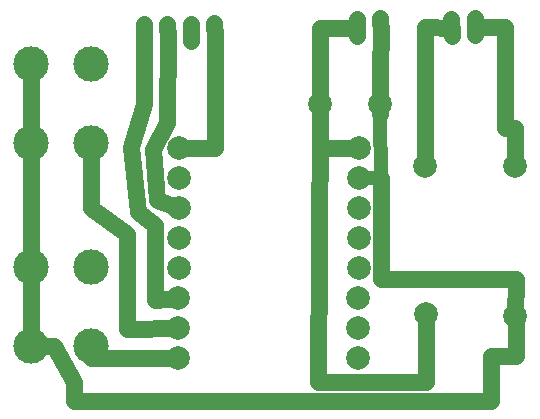
<source format=gbr>
%FSLAX34Y34*%
%MOMM*%
%LNCOPPER_BOTTOM*%
G71*
G01*
%ADD10C,1.400*%
%ADD11C,2.000*%
%ADD12C,1.200*%
%ADD13C,3.000*%
%LPD*%
G54D10*
X115244Y320004D02*
X114756Y333996D01*
G54D10*
X135244Y320004D02*
X134756Y333996D01*
G54D10*
X155244Y320004D02*
X154756Y333996D01*
G54D10*
X175232Y320702D02*
X174744Y334694D01*
G54D10*
X295695Y323972D02*
X295207Y337964D01*
G54D10*
X315683Y324670D02*
X315195Y338662D01*
X429554Y214125D02*
G54D11*
D03*
X429554Y87125D02*
G54D11*
D03*
X353633Y88375D02*
G54D11*
D03*
X353354Y214125D02*
G54D11*
D03*
X297271Y229159D02*
G54D11*
D03*
X297138Y203759D02*
G54D11*
D03*
X297005Y178359D02*
G54D11*
D03*
X296872Y152960D02*
G54D11*
D03*
X296739Y127560D02*
G54D11*
D03*
X296606Y102161D02*
G54D11*
D03*
X296473Y76760D02*
G54D11*
D03*
X296340Y51362D02*
G54D11*
D03*
X144872Y228627D02*
G54D11*
D03*
X144739Y203227D02*
G54D11*
D03*
X144606Y177828D02*
G54D11*
D03*
X144473Y152428D02*
G54D11*
D03*
X144340Y127028D02*
G54D11*
D03*
X144206Y101628D02*
G54D11*
D03*
X144074Y76229D02*
G54D11*
D03*
X143941Y50829D02*
G54D11*
D03*
G54D12*
X315260Y256764D02*
X315784Y203334D01*
X297138Y203759D01*
G54D10*
X264370Y257098D02*
X262600Y31100D01*
X354000Y31000D01*
X353633Y88375D01*
G54D10*
X375451Y330968D02*
X352978Y331419D01*
X353354Y214125D01*
G54D10*
X429554Y214125D02*
X429000Y246000D01*
X421000Y246000D01*
X420750Y331195D01*
X395439Y331666D01*
G54D10*
X297271Y229159D02*
X264295Y228628D01*
X315168Y266542D02*
G54D11*
D03*
X264370Y266098D02*
G54D11*
D03*
G54D10*
X315784Y203334D02*
X316000Y118000D01*
X430000Y118000D01*
X429554Y87125D01*
G54D10*
X144872Y228627D02*
X175000Y229000D01*
X174988Y327698D01*
G54D10*
X135000Y327000D02*
X134943Y250093D01*
X122943Y228093D01*
X125941Y185355D01*
X144606Y177828D01*
G54D10*
X144206Y101628D02*
X124000Y100000D01*
X124000Y164000D01*
X110412Y174507D01*
X103943Y230093D01*
X115000Y266000D01*
X115000Y327000D01*
G54D10*
X295451Y330968D02*
X264000Y331000D01*
X264370Y257098D01*
G54D10*
X315168Y257542D02*
X315168Y291832D01*
X315439Y331666D01*
X19051Y233541D02*
G54D13*
D03*
X69849Y233098D02*
G54D13*
D03*
X19634Y300339D02*
G54D13*
D03*
X70432Y299895D02*
G54D13*
D03*
X19051Y61541D02*
G54D13*
D03*
X69849Y61098D02*
G54D13*
D03*
X19634Y128339D02*
G54D13*
D03*
X70432Y127895D02*
G54D13*
D03*
G54D10*
X19634Y300339D02*
X19051Y233541D01*
X19634Y128339D01*
X19051Y61541D01*
X38459Y61541D01*
X56000Y31000D01*
X56000Y15000D01*
X409000Y15000D01*
X409000Y53000D01*
X430000Y53000D01*
X430000Y86680D01*
X429554Y87125D01*
G54D10*
X143941Y50829D02*
X70117Y50829D01*
X69849Y61098D01*
G54D10*
X144074Y76229D02*
X101000Y76000D01*
X100947Y156000D01*
X70000Y178000D01*
X69849Y233098D01*
G54D10*
X375695Y323972D02*
X375207Y337964D01*
G54D10*
X395683Y324670D02*
X395195Y338662D01*
M02*

</source>
